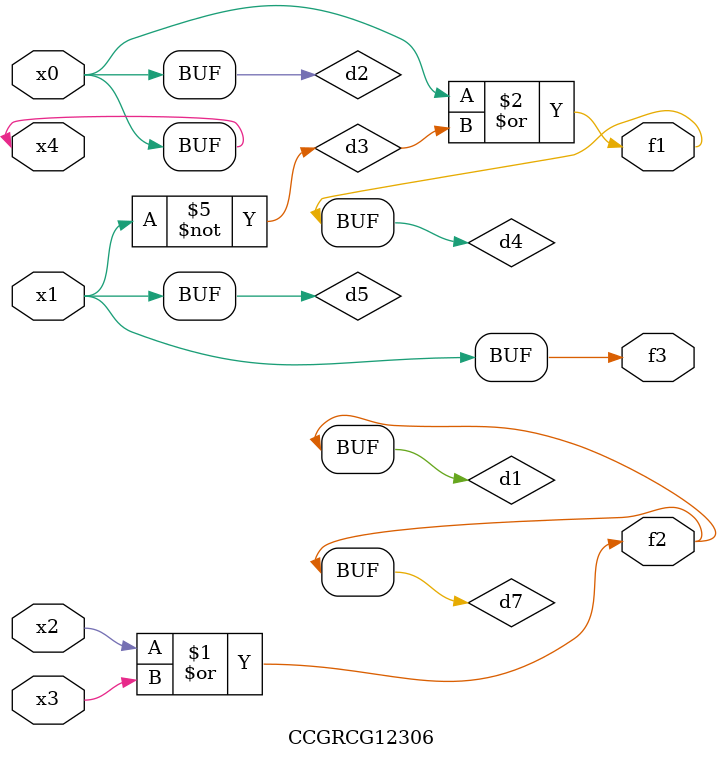
<source format=v>
module CCGRCG12306(
	input x0, x1, x2, x3, x4,
	output f1, f2, f3
);

	wire d1, d2, d3, d4, d5, d6, d7;

	or (d1, x2, x3);
	buf (d2, x0, x4);
	not (d3, x1);
	or (d4, d2, d3);
	not (d5, d3);
	nand (d6, d1, d3);
	or (d7, d1);
	assign f1 = d4;
	assign f2 = d7;
	assign f3 = d5;
endmodule

</source>
